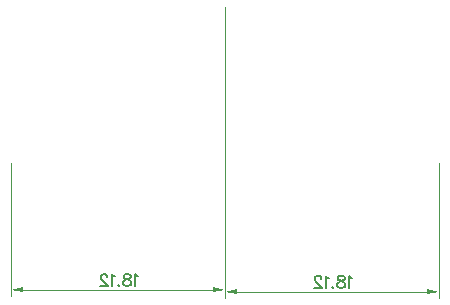
<source format=gbr>
G04 DipTrace 3.0.0.2*
G04 BottomDimension.gbr*
%MOIN*%
G04 #@! TF.FileFunction,Drawing,Bot*
G04 #@! TF.Part,Single*
%ADD13C,0.001496*%
%ADD120C,0.006176*%
%FSLAX26Y26*%
G04*
G70*
G90*
G75*
G01*
G04 BotDimension*
%LPD*%
X1141601Y945341D2*
D13*
Y-15354D1*
X428294Y428294D2*
Y-15354D1*
X784948Y4331D2*
X1102231D1*
G36*
X1141601D2*
X1102231Y-3543D1*
Y12205D1*
X1141601Y4331D1*
G37*
X784948D2*
D13*
X467664D1*
G36*
X428294D2*
X467664Y12205D1*
Y-3543D1*
X428294Y4331D1*
G37*
X1141601Y945341D2*
D13*
Y-21654D1*
X1855171Y428294D2*
Y-21654D1*
X1498386Y-1969D2*
X1180971D1*
G36*
X1141601D2*
X1180971Y5906D1*
Y-9843D1*
X1141601Y-1969D1*
G37*
X1498386D2*
D13*
X1815801D1*
G36*
X1855171D2*
X1815801Y-9843D1*
Y5906D1*
X1855171Y-1969D1*
G37*
X851029Y49040D2*
D120*
X847182Y50985D1*
X841434Y56689D1*
Y16541D1*
X819532Y56689D2*
X825236Y54788D1*
X827181Y50985D1*
Y47139D1*
X825236Y43336D1*
X821433Y41391D1*
X813784Y39489D1*
X808036Y37588D1*
X804234Y33741D1*
X802332Y29939D1*
Y24191D1*
X804234Y20388D1*
X806135Y18443D1*
X811883Y16541D1*
X819532D1*
X825236Y18443D1*
X827181Y20388D1*
X829083Y24191D1*
Y29939D1*
X827181Y33741D1*
X823335Y37588D1*
X817631Y39489D1*
X809982Y41391D1*
X806135Y43336D1*
X804234Y47139D1*
Y50985D1*
X806135Y54788D1*
X811883Y56689D1*
X819532D1*
X788080Y20388D2*
X789981Y18443D1*
X788080Y16541D1*
X786134Y18443D1*
X788080Y20388D1*
X773783Y49040D2*
X769936Y50985D1*
X764188Y56689D1*
Y16541D1*
X749891Y47139D2*
Y49040D1*
X747990Y52887D1*
X746088Y54788D1*
X742242Y56689D1*
X734592D1*
X730790Y54788D1*
X728889Y52887D1*
X726943Y49040D1*
Y45237D1*
X728889Y41391D1*
X732691Y35687D1*
X751836Y16541D1*
X725042D1*
X1564467Y42741D2*
X1560620Y44686D1*
X1554872Y50390D1*
Y10242D1*
X1532970Y50390D2*
X1538674Y48489D1*
X1540620Y44686D1*
Y40839D1*
X1538674Y37037D1*
X1534872Y35091D1*
X1527222Y33190D1*
X1521474Y31289D1*
X1517672Y27442D1*
X1515771Y23640D1*
Y17892D1*
X1517672Y14089D1*
X1519573Y12144D1*
X1525321Y10242D1*
X1532970D1*
X1538674Y12144D1*
X1540620Y14089D1*
X1542521Y17892D1*
Y23640D1*
X1540620Y27442D1*
X1536773Y31289D1*
X1531069Y33190D1*
X1523420Y35091D1*
X1519573Y37037D1*
X1517672Y40839D1*
Y44686D1*
X1519573Y48489D1*
X1525321Y50390D1*
X1532970D1*
X1501518Y14089D2*
X1503419Y12144D1*
X1501518Y10242D1*
X1499572Y12144D1*
X1501518Y14089D1*
X1487221Y42741D2*
X1483374Y44686D1*
X1477626Y50390D1*
Y10242D1*
X1463329Y40839D2*
Y42741D1*
X1461428Y46587D1*
X1459527Y48489D1*
X1455680Y50390D1*
X1448031D1*
X1444228Y48489D1*
X1442327Y46587D1*
X1440381Y42741D1*
Y38938D1*
X1442327Y35091D1*
X1446129Y29388D1*
X1465275Y10242D1*
X1438480D1*
M02*

</source>
